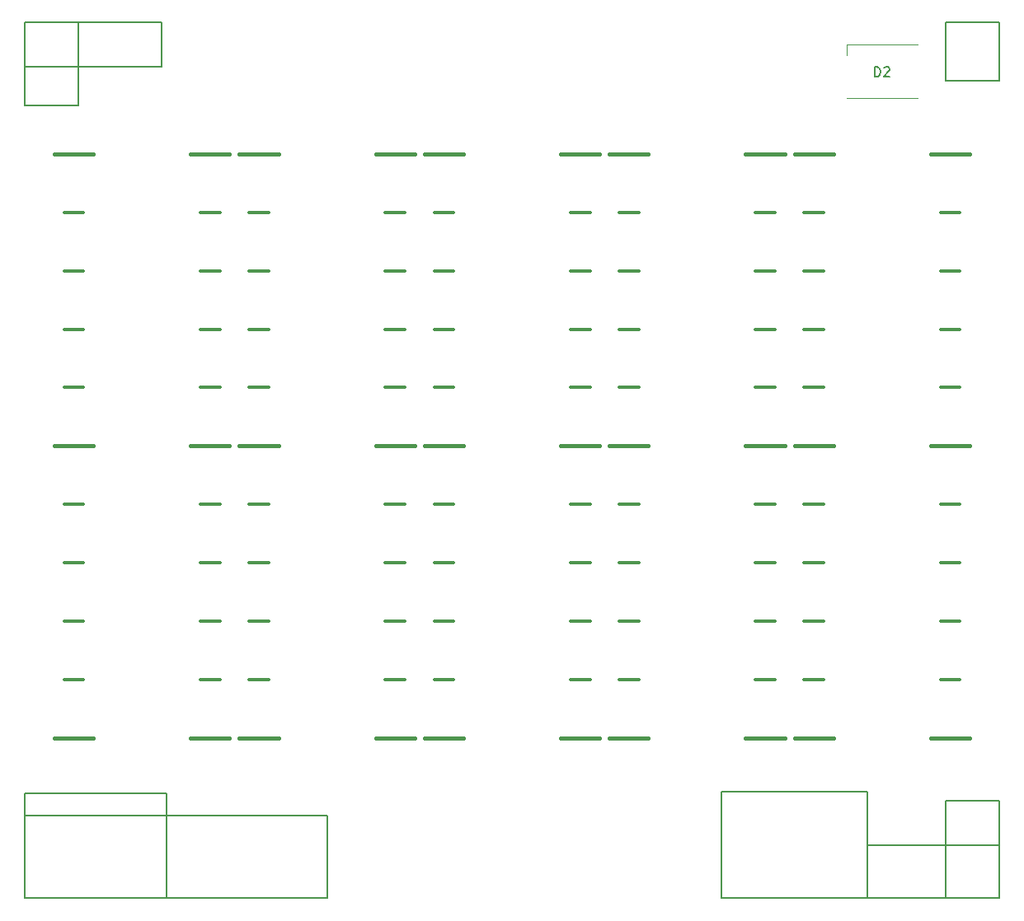
<source format=gbr>
%TF.GenerationSoftware,KiCad,Pcbnew,8.0.1*%
%TF.CreationDate,2024-03-30T14:47:10+03:00*%
%TF.ProjectId,AudMix,4175644d-6978-42e6-9b69-6361645f7063,rev?*%
%TF.SameCoordinates,Original*%
%TF.FileFunction,Legend,Top*%
%TF.FilePolarity,Positive*%
%FSLAX46Y46*%
G04 Gerber Fmt 4.6, Leading zero omitted, Abs format (unit mm)*
G04 Created by KiCad (PCBNEW 8.0.1) date 2024-03-30 14:47:10*
%MOMM*%
%LPD*%
G01*
G04 APERTURE LIST*
%ADD10C,0.300000*%
%ADD11C,0.400000*%
%ADD12C,0.150000*%
%ADD13C,0.120000*%
G04 APERTURE END LIST*
D10*
X108000000Y-105500000D02*
X106000000Y-105500000D01*
X144000000Y-75500000D02*
X146000000Y-75500000D01*
D11*
X143000000Y-93500000D02*
X147000000Y-93500000D01*
D10*
X73000000Y-75500000D02*
X75000000Y-75500000D01*
X94000000Y-117500000D02*
X92000000Y-117500000D01*
X111000000Y-81500000D02*
X113000000Y-81500000D01*
X125000000Y-81500000D02*
X127000000Y-81500000D01*
D11*
X86000000Y-93500000D02*
X90000000Y-93500000D01*
D10*
X125000000Y-69500000D02*
X127000000Y-69500000D01*
D11*
X129000000Y-93500000D02*
X133000000Y-93500000D01*
D10*
X94000000Y-111500000D02*
X92000000Y-111500000D01*
X56000000Y-105500000D02*
X54000000Y-105500000D01*
X89000000Y-111500000D02*
X87000000Y-111500000D01*
D11*
X105000000Y-63500000D02*
X109000000Y-63500000D01*
D10*
X108000000Y-99500000D02*
X106000000Y-99500000D01*
D11*
X90000000Y-123500000D02*
X86000000Y-123500000D01*
D10*
X144000000Y-81500000D02*
X146000000Y-81500000D01*
X132000000Y-111500000D02*
X130000000Y-111500000D01*
X68000000Y-69500000D02*
X70000000Y-69500000D01*
X70000000Y-111500000D02*
X68000000Y-111500000D01*
X54000000Y-87500000D02*
X56000000Y-87500000D01*
X54000000Y-75500000D02*
X56000000Y-75500000D01*
D12*
X50000000Y-50000000D02*
X55500000Y-50000000D01*
X55500000Y-58500000D01*
X50000000Y-58500000D01*
X50000000Y-50000000D01*
X50000000Y-50000000D02*
X64000000Y-50000000D01*
X64000000Y-54500000D01*
X50000000Y-54500000D01*
X50000000Y-50000000D01*
D11*
X114000000Y-123500000D02*
X110000000Y-123500000D01*
X105000000Y-93500000D02*
X109000000Y-93500000D01*
D10*
X68000000Y-87500000D02*
X70000000Y-87500000D01*
X113000000Y-99500000D02*
X111000000Y-99500000D01*
X106000000Y-81500000D02*
X108000000Y-81500000D01*
D11*
X91000000Y-93500000D02*
X95000000Y-93500000D01*
D10*
X56000000Y-99500000D02*
X54000000Y-99500000D01*
X87000000Y-81500000D02*
X89000000Y-81500000D01*
D11*
X72000000Y-93500000D02*
X76000000Y-93500000D01*
D10*
X56000000Y-111500000D02*
X54000000Y-111500000D01*
X125000000Y-87500000D02*
X127000000Y-87500000D01*
D11*
X109000000Y-123500000D02*
X105000000Y-123500000D01*
X143000000Y-63500000D02*
X147000000Y-63500000D01*
D10*
X75000000Y-99500000D02*
X73000000Y-99500000D01*
X92000000Y-75500000D02*
X94000000Y-75500000D01*
X54000000Y-69500000D02*
X56000000Y-69500000D01*
X127000000Y-111500000D02*
X125000000Y-111500000D01*
X132000000Y-99500000D02*
X130000000Y-99500000D01*
X56000000Y-117500000D02*
X54000000Y-117500000D01*
X87000000Y-69500000D02*
X89000000Y-69500000D01*
X106000000Y-87500000D02*
X108000000Y-87500000D01*
D11*
X53000000Y-93500000D02*
X57000000Y-93500000D01*
D10*
X68000000Y-81500000D02*
X70000000Y-81500000D01*
X144000000Y-87500000D02*
X146000000Y-87500000D01*
X144000000Y-69500000D02*
X146000000Y-69500000D01*
D11*
X86000000Y-63500000D02*
X90000000Y-63500000D01*
X53000000Y-63500000D02*
X57000000Y-63500000D01*
X124000000Y-63500000D02*
X128000000Y-63500000D01*
D12*
X144500000Y-130000000D02*
X150000000Y-130000000D01*
X150000000Y-140000000D01*
X144500000Y-140000000D01*
X144500000Y-130000000D01*
D10*
X89000000Y-105500000D02*
X87000000Y-105500000D01*
D11*
X76000000Y-123500000D02*
X72000000Y-123500000D01*
D10*
X130000000Y-87500000D02*
X132000000Y-87500000D01*
D11*
X72000000Y-63500000D02*
X76000000Y-63500000D01*
D10*
X89000000Y-117500000D02*
X87000000Y-117500000D01*
X132000000Y-105500000D02*
X130000000Y-105500000D01*
D11*
X128000000Y-123500000D02*
X124000000Y-123500000D01*
D10*
X127000000Y-117500000D02*
X125000000Y-117500000D01*
X92000000Y-81500000D02*
X94000000Y-81500000D01*
X94000000Y-105500000D02*
X92000000Y-105500000D01*
X92000000Y-69500000D02*
X94000000Y-69500000D01*
D11*
X110000000Y-93500000D02*
X114000000Y-93500000D01*
D10*
X75000000Y-111500000D02*
X73000000Y-111500000D01*
X73000000Y-87500000D02*
X75000000Y-87500000D01*
X113000000Y-105500000D02*
X111000000Y-105500000D01*
X108000000Y-111500000D02*
X106000000Y-111500000D01*
X125000000Y-75500000D02*
X127000000Y-75500000D01*
D12*
X50000000Y-129200000D02*
X64500000Y-129200000D01*
X64500000Y-140000000D01*
X50000000Y-140000000D01*
X50000000Y-129200000D01*
X144500000Y-50000000D02*
X150000000Y-50000000D01*
X150000000Y-56000000D01*
X144500000Y-56000000D01*
X144500000Y-50000000D01*
D10*
X108000000Y-117500000D02*
X106000000Y-117500000D01*
D11*
X124000000Y-93500000D02*
X128000000Y-93500000D01*
D12*
X136500000Y-134500000D02*
X150000000Y-134500000D01*
X150000000Y-140000000D01*
X136500000Y-140000000D01*
X136500000Y-134500000D01*
D10*
X89000000Y-99500000D02*
X87000000Y-99500000D01*
X146000000Y-99500000D02*
X144000000Y-99500000D01*
D11*
X71000000Y-123500000D02*
X67000000Y-123500000D01*
X95000000Y-123500000D02*
X91000000Y-123500000D01*
D10*
X87000000Y-87500000D02*
X89000000Y-87500000D01*
X87000000Y-75500000D02*
X89000000Y-75500000D01*
X75000000Y-105500000D02*
X73000000Y-105500000D01*
D11*
X133000000Y-123500000D02*
X129000000Y-123500000D01*
D10*
X130000000Y-81500000D02*
X132000000Y-81500000D01*
X130000000Y-69500000D02*
X132000000Y-69500000D01*
X111000000Y-87500000D02*
X113000000Y-87500000D01*
D12*
X50000000Y-131500000D02*
X81000000Y-131500000D01*
X81000000Y-140000000D01*
X50000000Y-140000000D01*
X50000000Y-131500000D01*
D10*
X146000000Y-105500000D02*
X144000000Y-105500000D01*
X106000000Y-75500000D02*
X108000000Y-75500000D01*
X130000000Y-75500000D02*
X132000000Y-75500000D01*
X92000000Y-87500000D02*
X94000000Y-87500000D01*
D12*
X121500000Y-129000000D02*
X136500000Y-129000000D01*
X136500000Y-140000000D01*
X121500000Y-140000000D01*
X121500000Y-129000000D01*
D10*
X106000000Y-69500000D02*
X108000000Y-69500000D01*
D11*
X110000000Y-63500000D02*
X114000000Y-63500000D01*
D10*
X146000000Y-111500000D02*
X144000000Y-111500000D01*
D11*
X91000000Y-63500000D02*
X95000000Y-63500000D01*
X147000000Y-123500000D02*
X143000000Y-123500000D01*
D10*
X73000000Y-81500000D02*
X75000000Y-81500000D01*
X70000000Y-105500000D02*
X68000000Y-105500000D01*
X54000000Y-81500000D02*
X56000000Y-81500000D01*
X127000000Y-99500000D02*
X125000000Y-99500000D01*
D11*
X67000000Y-93500000D02*
X71000000Y-93500000D01*
D10*
X70000000Y-99500000D02*
X68000000Y-99500000D01*
X94000000Y-99500000D02*
X92000000Y-99500000D01*
X111000000Y-69500000D02*
X113000000Y-69500000D01*
X68000000Y-75500000D02*
X70000000Y-75500000D01*
D11*
X57000000Y-123500000D02*
X53000000Y-123500000D01*
D10*
X113000000Y-111500000D02*
X111000000Y-111500000D01*
X73000000Y-69500000D02*
X75000000Y-69500000D01*
X132000000Y-117500000D02*
X130000000Y-117500000D01*
X146000000Y-117500000D02*
X144000000Y-117500000D01*
X75000000Y-117500000D02*
X73000000Y-117500000D01*
X111000000Y-75500000D02*
X113000000Y-75500000D01*
D11*
X67000000Y-63500000D02*
X71000000Y-63500000D01*
D10*
X70000000Y-117500000D02*
X68000000Y-117500000D01*
X113000000Y-117500000D02*
X111000000Y-117500000D01*
D11*
X129000000Y-63500000D02*
X133000000Y-63500000D01*
D10*
X127000000Y-105500000D02*
X125000000Y-105500000D01*
D12*
X137249405Y-55554819D02*
X137249405Y-54554819D01*
X137249405Y-54554819D02*
X137487500Y-54554819D01*
X137487500Y-54554819D02*
X137630357Y-54602438D01*
X137630357Y-54602438D02*
X137725595Y-54697676D01*
X137725595Y-54697676D02*
X137773214Y-54792914D01*
X137773214Y-54792914D02*
X137820833Y-54983390D01*
X137820833Y-54983390D02*
X137820833Y-55126247D01*
X137820833Y-55126247D02*
X137773214Y-55316723D01*
X137773214Y-55316723D02*
X137725595Y-55411961D01*
X137725595Y-55411961D02*
X137630357Y-55507200D01*
X137630357Y-55507200D02*
X137487500Y-55554819D01*
X137487500Y-55554819D02*
X137249405Y-55554819D01*
X138201786Y-54650057D02*
X138249405Y-54602438D01*
X138249405Y-54602438D02*
X138344643Y-54554819D01*
X138344643Y-54554819D02*
X138582738Y-54554819D01*
X138582738Y-54554819D02*
X138677976Y-54602438D01*
X138677976Y-54602438D02*
X138725595Y-54650057D01*
X138725595Y-54650057D02*
X138773214Y-54745295D01*
X138773214Y-54745295D02*
X138773214Y-54840533D01*
X138773214Y-54840533D02*
X138725595Y-54983390D01*
X138725595Y-54983390D02*
X138154167Y-55554819D01*
X138154167Y-55554819D02*
X138773214Y-55554819D01*
D13*
%TO.C,D2*%
X134337500Y-52225000D02*
X134337500Y-53375000D01*
X141637500Y-52225000D02*
X134337500Y-52225000D01*
X141637500Y-57725000D02*
X134337500Y-57725000D01*
%TD*%
M02*

</source>
